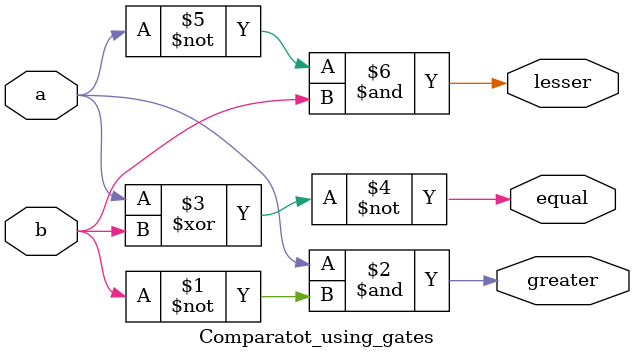
<source format=v>
`timescale 1ns / 1ps


module Comparatot_using_gates(output greater,equal,lesser,input a,b);
and(greater,a,~b);
xnor(equal,a,b);
and(lesser,~a,b);
endmodule

</source>
